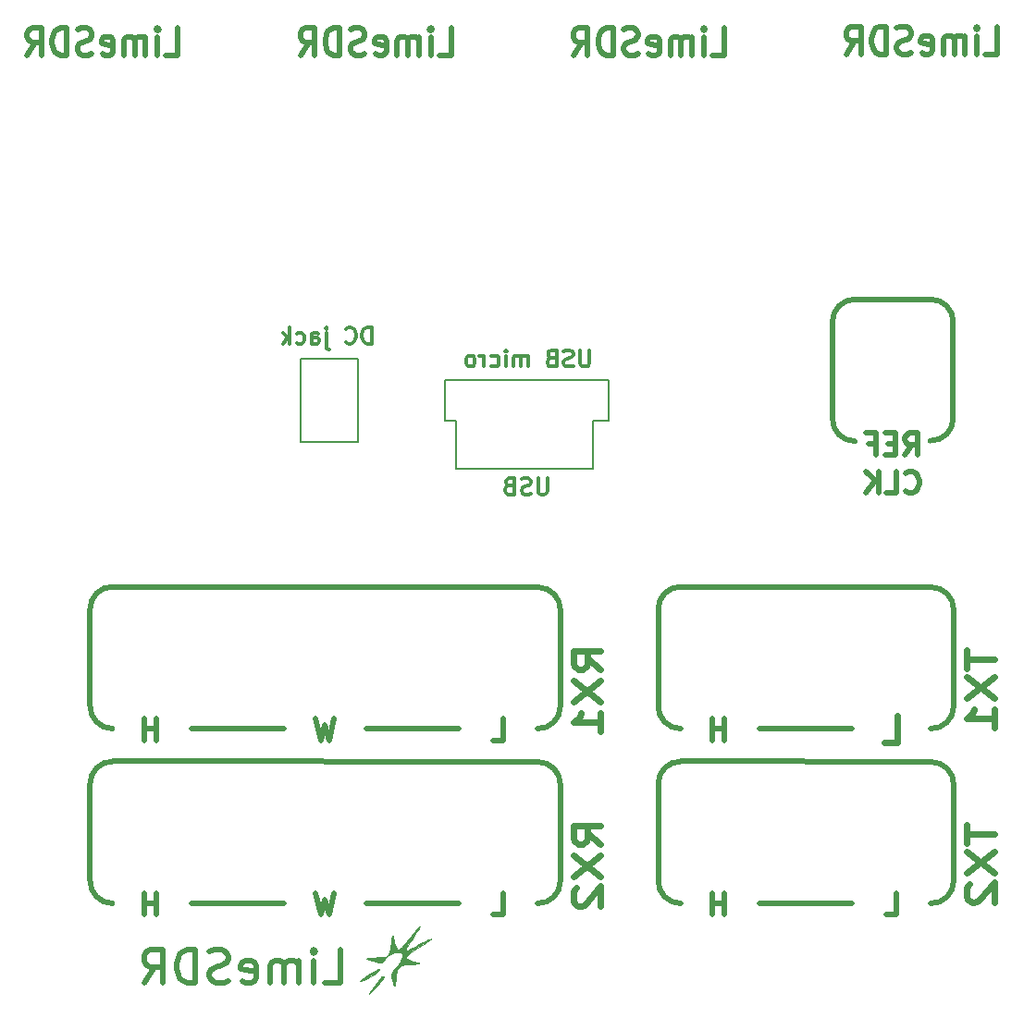
<source format=gbo>
%MOIN*%
%OFA0B0*%
%FSLAX46Y46*%
%IPPOS*%
%LPD*%
%ADD10C,0.005905511811023622*%
%ADD11C,0.01968503937007874*%
%ADD22C,0.005905511811023622*%
%ADD23C,0.01968503937007874*%
%ADD34C,0.005905511811023622*%
%ADD35C,0.023622047244094488*%
%ADD36C,0.01968503937007874*%
%ADD37C,0.00039370078740157485*%
%ADD48C,0.005905511811023622*%
%ADD49C,0.011811023622047244*%
%ADD50C,0.01968503937007874*%
%ADD61C,0.005905511811023622*%
%ADD62C,0.01968503937007874*%
%ADD73C,0.005905511811023622*%
%ADD74C,0.01968503937007874*%
%LPD*%
G01G01G01G01*
D10*
D11*
X0002612204Y0003443663D02*
X0002655324Y0003443663D01*
X0002655324Y0003542088D01*
X0002582020Y0003443663D02*
X0002582020Y0003509279D01*
X0002582020Y0003542088D02*
X0002586332Y0003537401D01*
X0002582020Y0003532714D01*
X0002577709Y0003537401D01*
X0002582020Y0003542088D01*
X0002582020Y0003532714D01*
X0002538901Y0003443663D02*
X0002538901Y0003509279D01*
X0002538901Y0003499906D02*
X0002534589Y0003504592D01*
X0002525965Y0003509279D01*
X0002513029Y0003509279D01*
X0002504405Y0003504592D01*
X0002500093Y0003495219D01*
X0002500093Y0003443663D01*
X0002500093Y0003495219D02*
X0002495781Y0003504592D01*
X0002487157Y0003509279D01*
X0002474221Y0003509279D01*
X0002465597Y0003504592D01*
X0002461286Y0003495219D01*
X0002461286Y0003443663D01*
X0002383670Y0003448350D02*
X0002392294Y0003443663D01*
X0002409542Y0003443663D01*
X0002418166Y0003448350D01*
X0002422478Y0003457723D01*
X0002422478Y0003495219D01*
X0002418166Y0003504592D01*
X0002409542Y0003509279D01*
X0002392294Y0003509279D01*
X0002383670Y0003504592D01*
X0002379358Y0003495219D01*
X0002379358Y0003485845D01*
X0002422478Y0003476471D01*
X0002344863Y0003448350D02*
X0002331927Y0003443663D01*
X0002310367Y0003443663D01*
X0002301743Y0003448350D01*
X0002297431Y0003453036D01*
X0002293119Y0003462410D01*
X0002293119Y0003471784D01*
X0002297431Y0003481158D01*
X0002301743Y0003485845D01*
X0002310367Y0003490531D01*
X0002327615Y0003495219D01*
X0002336239Y0003499906D01*
X0002340551Y0003504592D01*
X0002344863Y0003513966D01*
X0002344863Y0003523340D01*
X0002340551Y0003532714D01*
X0002336239Y0003537401D01*
X0002327615Y0003542088D01*
X0002306055Y0003542088D01*
X0002293119Y0003537401D01*
X0002254311Y0003443663D02*
X0002254311Y0003542088D01*
X0002232752Y0003542088D01*
X0002219816Y0003537401D01*
X0002211192Y0003528027D01*
X0002206880Y0003518653D01*
X0002202568Y0003499906D01*
X0002202568Y0003485845D01*
X0002206880Y0003467097D01*
X0002211192Y0003457723D01*
X0002219816Y0003448350D01*
X0002232752Y0003443663D01*
X0002254311Y0003443663D01*
X0002112017Y0003443663D02*
X0002142200Y0003490531D01*
X0002163760Y0003443663D02*
X0002163760Y0003542088D01*
X0002129265Y0003542088D01*
X0002120641Y0003537401D01*
X0002116329Y0003532714D01*
X0002112017Y0003523340D01*
X0002112017Y0003509279D01*
X0002116329Y0003499906D01*
X0002120641Y0003495219D01*
X0002129265Y0003490531D01*
X0002163760Y0003490531D01*
G01G01G01G01*
D22*
D23*
X0003596456Y0003447600D02*
X0003639576Y0003447600D01*
X0003639576Y0003546025D01*
X0003566272Y0003447600D02*
X0003566272Y0003513216D01*
X0003566272Y0003546025D02*
X0003570584Y0003541338D01*
X0003566272Y0003536651D01*
X0003561960Y0003541338D01*
X0003566272Y0003546025D01*
X0003566272Y0003536651D01*
X0003523153Y0003447600D02*
X0003523153Y0003513216D01*
X0003523153Y0003503843D02*
X0003518841Y0003508530D01*
X0003510217Y0003513216D01*
X0003497281Y0003513216D01*
X0003488657Y0003508530D01*
X0003484345Y0003499155D01*
X0003484345Y0003447600D01*
X0003484345Y0003499155D02*
X0003480033Y0003508530D01*
X0003471409Y0003513216D01*
X0003458473Y0003513216D01*
X0003449850Y0003508530D01*
X0003445538Y0003499155D01*
X0003445538Y0003447600D01*
X0003367922Y0003452287D02*
X0003376546Y0003447600D01*
X0003393794Y0003447600D01*
X0003402418Y0003452287D01*
X0003406730Y0003461661D01*
X0003406730Y0003499155D01*
X0003402418Y0003508530D01*
X0003393794Y0003513216D01*
X0003376546Y0003513216D01*
X0003367922Y0003508530D01*
X0003363610Y0003499155D01*
X0003363610Y0003489782D01*
X0003406730Y0003480408D01*
X0003329115Y0003452287D02*
X0003316179Y0003447600D01*
X0003294619Y0003447600D01*
X0003285995Y0003452287D01*
X0003281683Y0003456974D01*
X0003277371Y0003466348D01*
X0003277371Y0003475721D01*
X0003281683Y0003485095D01*
X0003285995Y0003489782D01*
X0003294619Y0003494469D01*
X0003311867Y0003499155D01*
X0003320491Y0003503843D01*
X0003324803Y0003508530D01*
X0003329115Y0003517904D01*
X0003329115Y0003527277D01*
X0003324803Y0003536651D01*
X0003320491Y0003541338D01*
X0003311867Y0003546025D01*
X0003290307Y0003546025D01*
X0003277371Y0003541338D01*
X0003238562Y0003447600D02*
X0003238562Y0003546025D01*
X0003217004Y0003546025D01*
X0003204068Y0003541338D01*
X0003195444Y0003531964D01*
X0003191132Y0003522591D01*
X0003186820Y0003503843D01*
X0003186820Y0003489782D01*
X0003191132Y0003471035D01*
X0003195444Y0003461661D01*
X0003204068Y0003452287D01*
X0003217004Y0003447600D01*
X0003238562Y0003447600D01*
X0003096269Y0003447600D02*
X0003126452Y0003494469D01*
X0003148011Y0003447600D02*
X0003148011Y0003546025D01*
X0003113517Y0003546025D01*
X0003104893Y0003541338D01*
X0003100581Y0003536651D01*
X0003096269Y0003527277D01*
X0003096269Y0003513216D01*
X0003100581Y0003503843D01*
X0003104893Y0003499155D01*
X0003113517Y0003494469D01*
X0003148011Y0003494469D01*
G04 next file*
G01G01G01G01G01G01G01G01*
D34*
D35*
X0003529015Y0001299976D02*
X0003529015Y0001232484D01*
X0003627440Y0001266230D02*
X0003529015Y0001266230D01*
X0003529015Y0001204363D02*
X0003627440Y0001125623D01*
X0003529015Y0001125623D02*
X0003627440Y0001204363D01*
X0003627440Y0001018761D02*
X0003627440Y0001086252D01*
X0003627440Y0001052507D02*
X0003529015Y0001052507D01*
X0003543075Y0001063755D01*
X0003552449Y0001075004D01*
X0003557136Y0001086252D01*
X0002210117Y0001229672D02*
X0002163248Y0001269042D01*
X0002210117Y0001297164D02*
X0002111692Y0001297164D01*
X0002111692Y0001252169D01*
X0002116379Y0001240921D01*
X0002121066Y0001235296D01*
X0002130439Y0001229672D01*
X0002144500Y0001229672D01*
X0002153874Y0001235296D01*
X0002158561Y0001240921D01*
X0002163248Y0001252169D01*
X0002163248Y0001297164D01*
X0002111692Y0001190302D02*
X0002210117Y0001111562D01*
X0002111692Y0001111562D02*
X0002210117Y0001190302D01*
X0002210117Y0001004699D02*
X0002210117Y0001072192D01*
X0002210117Y0001038446D02*
X0002111692Y0001038446D01*
X0002125753Y0001049695D01*
X0002135126Y0001060943D01*
X0002139813Y0001072192D01*
X0003529015Y0000670054D02*
X0003529015Y0000602563D01*
X0003627440Y0000636309D02*
X0003529015Y0000636309D01*
X0003529015Y0000574441D02*
X0003627440Y0000495701D01*
X0003529015Y0000495701D02*
X0003627440Y0000574441D01*
X0003538389Y0000456331D02*
X0003533702Y0000450707D01*
X0003529015Y0000439458D01*
X0003529015Y0000411337D01*
X0003533702Y0000400088D01*
X0003538389Y0000394464D01*
X0003547762Y0000388840D01*
X0003557136Y0000388840D01*
X0003571197Y0000394464D01*
X0003627440Y0000461955D01*
X0003627440Y0000388840D01*
X0002210117Y0000599751D02*
X0002163248Y0000639121D01*
X0002210117Y0000667242D02*
X0002111692Y0000667242D01*
X0002111692Y0000622248D01*
X0002116379Y0000610999D01*
X0002121066Y0000605375D01*
X0002130439Y0000599751D01*
X0002144500Y0000599751D01*
X0002153874Y0000605375D01*
X0002158561Y0000610999D01*
X0002163248Y0000622248D01*
X0002163248Y0000667242D01*
X0002111692Y0000560381D02*
X0002210117Y0000481641D01*
X0002111692Y0000481641D02*
X0002210117Y0000560381D01*
X0002121066Y0000442270D02*
X0002116379Y0000436646D01*
X0002111692Y0000425397D01*
X0002111692Y0000397276D01*
X0002116379Y0000386027D01*
X0002121066Y0000380403D01*
X0002130439Y0000374779D01*
X0002139813Y0000374779D01*
X0002153874Y0000380403D01*
X0002210117Y0000447895D01*
X0002210117Y0000374779D01*
D36*
X0002065198Y0000468705D02*
X0002065198Y0000813193D01*
X0002065198Y0001098626D02*
X0002065198Y0001443114D01*
X0002065222Y0001096681D02*
G75*
G02G02G02G02X0001982519Y0001015973I-0000080732D01X0001982519Y0001015973I-0000080732D01X0001982519Y0001015973I-0000080732D01G02G02X0001982519Y0001015973I-0000080732D01G02G02X0001982519Y0001015973I-0000080732D01X0001982519Y0001015973I-0000080732D01X0001982519Y0001015973I-0000080732D01X0001982519Y0001015973I-0000080732D01*
G01G01G01G01G01G01G01G01*
X0001984489Y0001525815D02*
G75*
G02G02G02G02X0002065198Y0001443114J-0000080732D01X0002065198Y0001443114J-0000080732D01X0002065198Y0001443114J-0000080732D01G02G02X0002065198Y0001443114J-0000080732D01G02G02X0002065198Y0001443114J-0000080732D01X0002065198Y0001443114J-0000080732D01X0002065198Y0001443114J-0000080732D01X0002065198Y0001443114J-0000080732D01*
G01G01G01G01G01G01G01G01*
X0002065222Y0000466760D02*
G75*
G02G02G02G02X0001982519Y0000386051I-0000080732D01X0001982519Y0000386051I-0000080732D01X0001982519Y0000386051I-0000080732D01G02G02X0001982519Y0000386051I-0000080732D01G02G02X0001982519Y0000386051I-0000080732D01X0001982519Y0000386051I-0000080732D01X0001982519Y0000386051I-0000080732D01X0001982519Y0000386051I-0000080732D01*
G01G01G01G01G01G01G01G01*
X0001984489Y0000895894D02*
G75*
G02G02G02G02X0002065198Y0000813193J-0000080732D01X0002065198Y0000813193J-0000080732D01X0002065198Y0000813193J-0000080732D01G02G02X0002065198Y0000813193J-0000080732D01G02G02X0002065198Y0000813193J-0000080732D01X0002065198Y0000813193J-0000080732D01X0002065198Y0000813193J-0000080732D01X0002065198Y0000813193J-0000080732D01*
G01G01G01G01G01G01G01G01*
X0002498269Y0000386027D02*
G75*
G02G02G02G02X0002417560Y0000468729J0000080732D01X0002417560Y0000468729J0000080732D01X0002417560Y0000468729J0000080732D01G02G02X0002417560Y0000468729J0000080732D01G02G02X0002417560Y0000468729J0000080732D01X0002417560Y0000468729J0000080732D01X0002417560Y0000468729J0000080732D01X0002417560Y0000468729J0000080732D01*
G01G01G01G01G01G01G01G01*
X0002417560Y0000468705D02*
X0002417560Y0000817130D01*
X0002417536Y0000817130D02*
G75*
G02G02G02G02X0002500237Y0000897838I0000080732D01X0002500237Y0000897838I0000080732D01X0002500237Y0000897838I0000080732D01G02G02X0002500237Y0000897838I0000080732D01G02G02X0002500237Y0000897838I0000080732D01X0002500237Y0000897838I0000080732D01X0002500237Y0000897838I0000080732D01X0002500237Y0000897838I0000080732D01*
G01G01G01G01G01G01G01G01*
X0003401812Y0000895870D02*
X0002500237Y0000897838D01*
X0003401812Y0000895894D02*
G75*
G02G02G02G02X0003482521Y0000813193J-0000080732D01X0003482521Y0000813193J-0000080732D01X0003482521Y0000813193J-0000080732D01G02G02X0003482521Y0000813193J-0000080732D01G02G02X0003482521Y0000813193J-0000080732D01X0003482521Y0000813193J-0000080732D01X0003482521Y0000813193J-0000080732D01X0003482521Y0000813193J-0000080732D01*
G01G01G01G01G01G01G01G01*
X0003482521Y0000468705D02*
X0003482521Y0000813193D01*
X0003482545Y0000466760D02*
G75*
G02G02G02G02X0003399843Y0000386051I-0000080732D01X0003399843Y0000386051I-0000080732D01X0003399843Y0000386051I-0000080732D01G02G02X0003399843Y0000386051I-0000080732D01G02G02X0003399843Y0000386051I-0000080732D01X0003399843Y0000386051I-0000080732D01X0003399843Y0000386051I-0000080732D01X0003399843Y0000386051I-0000080732D01*
G01G01G01G01G01G01G01G01*
X0003116379Y0000386027D02*
X0002783702Y0000386027D01*
X0002417536Y0001447051D02*
G75*
G02G02G02G02X0002500237Y0001527760I0000080732D01X0002500237Y0001527760I0000080732D01X0002500237Y0001527760I0000080732D01G02G02X0002500237Y0001527760I0000080732D01G02G02X0002500237Y0001527760I0000080732D01X0002500237Y0001527760I0000080732D01X0002500237Y0001527760I0000080732D01X0002500237Y0001527760I0000080732D01*
G01G01G01G01G01G01G01G01*
X0002417560Y0001098626D02*
X0002417560Y0001447051D01*
X0002498269Y0001015949D02*
G75*
G02G02G02G02X0002417560Y0001098650J0000080732D01X0002417560Y0001098650J0000080732D01X0002417560Y0001098650J0000080732D01G02G02X0002417560Y0001098650J0000080732D01G02G02X0002417560Y0001098650J0000080732D01X0002417560Y0001098650J0000080732D01X0002417560Y0001098650J0000080732D01X0002417560Y0001098650J0000080732D01*
G01G01G01G01G01G01G01G01*
X0003116379Y0001015949D02*
X0002783702Y0001015949D01*
X0003401812Y0001525791D02*
X0002500237Y0001527760D01*
X0003401812Y0001525815D02*
G75*
G02G02G02G02X0003482521Y0001443114J-0000080732D01X0003482521Y0001443114J-0000080732D01X0003482521Y0001443114J-0000080732D01G02G02X0003482521Y0001443114J-0000080732D01G02G02X0003482521Y0001443114J-0000080732D01X0003482521Y0001443114J-0000080732D01X0003482521Y0001443114J-0000080732D01X0003482521Y0001443114J-0000080732D01*
G01G01G01G01G01G01G01G01*
X0003482521Y0001098626D02*
X0003482521Y0001443114D01*
X0003482545Y0001096681D02*
G75*
G02G02G02G02X0003399843Y0001015973I-0000080732D01X0003399843Y0001015973I-0000080732D01X0003399843Y0001015973I-0000080732D01G02G02X0003399843Y0001015973I-0000080732D01G02G02X0003399843Y0001015973I-0000080732D01X0003399843Y0001015973I-0000080732D01X0003399843Y0001015973I-0000080732D01X0003399843Y0001015973I-0000080732D01*
G01G01G01G01G01G01G01G01*
X0001699056Y0000386027D02*
X0001366379Y0000386027D01*
X0001069135Y0000386027D02*
X0000736458Y0000386027D01*
X0000370316Y0000468705D02*
X0000370316Y0000817130D01*
X0000451023Y0000386027D02*
G75*
G02G02G02G02X0000370316Y0000468729J0000080732D01X0000370316Y0000468729J0000080732D01X0000370316Y0000468729J0000080732D01G02G02X0000370316Y0000468729J0000080732D01G02G02X0000370316Y0000468729J0000080732D01X0000370316Y0000468729J0000080732D01X0000370316Y0000468729J0000080732D01X0000370316Y0000468729J0000080732D01*
G01G01G01G01G01G01G01G01*
X0000370292Y0000817130D02*
G75*
G02G02G02G02X0000452993Y0000897838I0000080732D01X0000452993Y0000897838I0000080732D01X0000452993Y0000897838I0000080732D01G02G02X0000452993Y0000897838I0000080732D01G02G02X0000452993Y0000897838I0000080732D01X0000452993Y0000897838I0000080732D01X0000452993Y0000897838I0000080732D01X0000452993Y0000897838I0000080732D01*
G01G01G01G01G01G01G01G01*
X0001984489Y0000895870D02*
X0000452993Y0000897838D01*
X0000451023Y0001015949D02*
G75*
G02G02G02G02X0000370316Y0001098650J0000080732D01X0000370316Y0001098650J0000080732D01X0000370316Y0001098650J0000080732D01G02G02X0000370316Y0001098650J0000080732D01G02G02X0000370316Y0001098650J0000080732D01X0000370316Y0001098650J0000080732D01X0000370316Y0001098650J0000080732D01X0000370316Y0001098650J0000080732D01*
G01G01G01G01G01G01G01G01*
X0000370292Y0001447051D02*
G75*
G02G02G02G02X0000452993Y0001527760I0000080732D01X0000452993Y0001527760I0000080732D01X0000452993Y0001527760I0000080732D01G02G02X0000452993Y0001527760I0000080732D01G02G02X0000452993Y0001527760I0000080732D01X0000452993Y0001527760I0000080732D01X0000452993Y0001527760I0000080732D01X0000452993Y0001527760I0000080732D01*
G01G01G01G01G01G01G01G01*
X0000370316Y0001098626D02*
X0000370316Y0001447051D01*
X0001069135Y0001015949D02*
X0000736458Y0001015949D01*
X0001699056Y0001015949D02*
X0001366379Y0001015949D01*
X0001984489Y0001525791D02*
X0000452993Y0001527760D01*
X0003239645Y0000344501D02*
X0003277140Y0000344501D01*
X0003277140Y0000423242D01*
X0002656592Y0000344501D02*
X0002656592Y0000423242D01*
X0002656592Y0000385746D02*
X0002611598Y0000385746D01*
X0002611598Y0000344501D02*
X0002611598Y0000423242D01*
D35*
X0003233552Y0000965518D02*
X0003280421Y0000965518D01*
X0003280421Y0001063943D01*
D36*
X0002656592Y0000974423D02*
X0002656592Y0001053163D01*
X0002656592Y0001015667D02*
X0002611598Y0001015667D01*
X0002611598Y0000974423D02*
X0002611598Y0001053163D01*
X0000609348Y0000344501D02*
X0000609348Y0000423242D01*
X0000609348Y0000385746D02*
X0000564354Y0000385746D01*
X0000564354Y0000344501D02*
X0000564354Y0000423242D01*
X0001250518Y0000423242D02*
X0001231771Y0000344501D01*
X0001216772Y0000400744D01*
X0001201774Y0000344501D01*
X0001183027Y0000423242D01*
X0001822322Y0000344501D02*
X0001859817Y0000344501D01*
X0001859817Y0000423242D01*
X0000609348Y0000974423D02*
X0000609348Y0001053163D01*
X0000609348Y0001015667D02*
X0000564354Y0001015667D01*
X0000564354Y0000974423D02*
X0000564354Y0001053163D01*
X0001250518Y0001053163D02*
X0001231771Y0000974423D01*
X0001216772Y0001030666D01*
X0001201774Y0000974423D01*
X0001183027Y0001053163D01*
X0001822322Y0000974423D02*
X0001859817Y0000974423D01*
X0001859817Y0001053163D01*
X0001216772Y0000100313D02*
X0001273015Y0000100313D01*
X0001273015Y0000218423D01*
X0001177402Y0000100313D02*
X0001177402Y0000179053D01*
X0001177402Y0000218423D02*
X0001183027Y0000212799D01*
X0001177402Y0000207175D01*
X0001171778Y0000212799D01*
X0001177402Y0000218423D01*
X0001177402Y0000207175D01*
X0001121159Y0000100313D02*
X0001121159Y0000179053D01*
X0001121159Y0000167805D02*
X0001115535Y0000173428D01*
X0001104287Y0000179053D01*
X0001087414Y0000179053D01*
X0001076165Y0000173428D01*
X0001070541Y0000162180D01*
X0001070541Y0000100313D01*
X0001070541Y0000162180D02*
X0001064916Y0000173428D01*
X0001053668Y0000179053D01*
X0001036794Y0000179053D01*
X0001025546Y0000173428D01*
X0001019922Y0000162180D01*
X0001019922Y0000100313D01*
X0000918685Y0000105936D02*
X0000929933Y0000100313D01*
X0000952430Y0000100313D01*
X0000963679Y0000105936D01*
X0000969303Y0000117186D01*
X0000969303Y0000162180D01*
X0000963679Y0000173428D01*
X0000952430Y0000179053D01*
X0000929933Y0000179053D01*
X0000918685Y0000173428D01*
X0000913060Y0000162180D01*
X0000913060Y0000150932D01*
X0000969303Y0000139683D01*
X0000868066Y0000105936D02*
X0000851193Y0000100313D01*
X0000823071Y0000100313D01*
X0000811823Y0000105936D01*
X0000806199Y0000111562D01*
X0000800575Y0000122810D01*
X0000800575Y0000134059D01*
X0000806199Y0000145308D01*
X0000811823Y0000150932D01*
X0000823071Y0000156556D01*
X0000845569Y0000162180D01*
X0000856817Y0000167805D01*
X0000862442Y0000173428D01*
X0000868066Y0000184678D01*
X0000868066Y0000195926D01*
X0000862442Y0000207175D01*
X0000856817Y0000212799D01*
X0000845569Y0000218423D01*
X0000817447Y0000218423D01*
X0000800575Y0000212799D01*
X0000749956Y0000100313D02*
X0000749956Y0000218423D01*
X0000721834Y0000218423D01*
X0000704961Y0000212799D01*
X0000693713Y0000201550D01*
X0000688089Y0000190301D01*
X0000682464Y0000167805D01*
X0000682464Y0000150932D01*
X0000688089Y0000128435D01*
X0000693713Y0000117186D01*
X0000704961Y0000105936D01*
X0000721834Y0000100313D01*
X0000749956Y0000100313D01*
X0000564354Y0000100313D02*
X0000603724Y0000156556D01*
X0000631846Y0000100313D02*
X0000631846Y0000218423D01*
X0000586851Y0000218423D01*
X0000575603Y0000212799D01*
X0000569978Y0000207175D01*
X0000564354Y0000195926D01*
X0000564354Y0000179053D01*
X0000569978Y0000167805D01*
X0000575603Y0000162180D01*
X0000586851Y0000156556D01*
X0000631846Y0000156556D01*
D37*
G36*
X0001423625Y0000123894D02*
X0001422184Y0000123442D01*
X0001420586Y0000122369D01*
X0001418601Y0000120413D01*
X0001416001Y0000117308D01*
X0001412560Y0000112797D01*
X0001408049Y0000106614D01*
X0001402245Y0000098497D01*
X0001398529Y0000093272D01*
X0001392698Y0000085027D01*
X0001387450Y0000077539D01*
X0001383001Y0000071122D01*
X0001379574Y0000066095D01*
X0001377383Y0000062771D01*
X0001376643Y0000061486D01*
X0001377283Y0000060397D01*
X0001379483Y0000061593D01*
X0001383277Y0000065095D01*
X0001386017Y0000067973D01*
X0001392876Y0000075418D01*
X0001398358Y0000081469D01*
X0001403052Y0000086807D01*
X0001407545Y0000092111D01*
X0001412427Y0000098061D01*
X0001417748Y0000104668D01*
X0001422350Y0000110545D01*
X0001426181Y0000115692D01*
X0001428936Y0000119682D01*
X0001430312Y0000122084D01*
X0001430402Y0000122525D01*
X0001428793Y0000123516D01*
X0001425521Y0000123981D01*
X0001425132Y0000123986D01*
X0001423625Y0000123894D01*
X0001423625Y0000123894D01*
G37*
X0001423625Y0000123894D02*
X0001422184Y0000123442D01*
X0001420586Y0000122369D01*
X0001418601Y0000120413D01*
X0001416001Y0000117308D01*
X0001412560Y0000112797D01*
X0001408049Y0000106614D01*
X0001402245Y0000098497D01*
X0001398529Y0000093272D01*
X0001392698Y0000085027D01*
X0001387450Y0000077539D01*
X0001383001Y0000071122D01*
X0001379574Y0000066095D01*
X0001377383Y0000062771D01*
X0001376643Y0000061486D01*
X0001377283Y0000060397D01*
X0001379483Y0000061593D01*
X0001383277Y0000065095D01*
X0001386017Y0000067973D01*
X0001392876Y0000075418D01*
X0001398358Y0000081469D01*
X0001403052Y0000086807D01*
X0001407545Y0000092111D01*
X0001412427Y0000098061D01*
X0001417748Y0000104668D01*
X0001422350Y0000110545D01*
X0001426181Y0000115692D01*
X0001428936Y0000119682D01*
X0001430312Y0000122084D01*
X0001430402Y0000122525D01*
X0001428793Y0000123516D01*
X0001425521Y0000123981D01*
X0001425132Y0000123986D01*
X0001423625Y0000123894D01*
G36*
X0001555939Y0000302551D02*
X0001553096Y0000299922D01*
X0001548822Y0000295182D01*
X0001546452Y0000292400D01*
X0001542394Y0000287595D01*
X0001538930Y0000283515D01*
X0001536537Y0000280724D01*
X0001535814Y0000279900D01*
X0001534470Y0000278320D01*
X0001531627Y0000274909D01*
X0001527599Y0000270045D01*
X0001522698Y0000264107D01*
X0001517307Y0000257556D01*
X0001511178Y0000250192D01*
X0001504939Y0000242853D01*
X0001499095Y0000236126D01*
X0001494153Y0000230594D01*
X0001491319Y0000227556D01*
X0001487048Y0000223184D01*
X0001484210Y0000220570D01*
X0001482253Y0000219411D01*
X0001480633Y0000219404D01*
X0001478800Y0000220246D01*
X0001478469Y0000220429D01*
X0001474634Y0000223480D01*
X0001471588Y0000228144D01*
X0001469115Y0000234856D01*
X0001467281Y0000242577D01*
X0001465426Y0000251780D01*
X0001464015Y0000258552D01*
X0001462938Y0000263266D01*
X0001462085Y0000266294D01*
X0001461346Y0000268007D01*
X0001460612Y0000268779D01*
X0001459774Y0000268981D01*
X0001459497Y0000268986D01*
X0001458384Y0000268510D01*
X0001457498Y0000266781D01*
X0001456718Y0000263351D01*
X0001455928Y0000257770D01*
X0001455439Y0000253562D01*
X0001454718Y0000246560D01*
X0001454144Y0000240006D01*
X0001453790Y0000234794D01*
X0001453713Y0000232491D01*
X0001453013Y0000226246D01*
X0001451158Y0000218698D01*
X0001448492Y0000210986D01*
X0001445358Y0000204240D01*
X0001445048Y0000203690D01*
X0001443106Y0000199597D01*
X0001442706Y0000197036D01*
X0001443783Y0000196340D01*
X0001446215Y0000197793D01*
X0001447730Y0000198899D01*
X0001450093Y0000200281D01*
X0001453712Y0000202145D01*
X0001458994Y0000204698D01*
X0001466347Y0000208147D01*
X0001469158Y0000209454D01*
X0001472451Y0000210336D01*
X0001477267Y0000210924D01*
X0001480352Y0000211055D01*
X0001485202Y0000210906D01*
X0001488280Y0000210103D01*
X0001490657Y0000208278D01*
X0001491639Y0000207194D01*
X0001494277Y0000203048D01*
X0001495908Y0000198547D01*
X0001495920Y0000198492D01*
X0001495660Y0000193063D01*
X0001493199Y0000185908D01*
X0001488565Y0000177081D01*
X0001481792Y0000166636D01*
X0001472912Y0000154628D01*
X0001462015Y0000141179D01*
X0001457630Y0000135595D01*
X0001455078Y0000131498D01*
X0001454492Y0000129104D01*
X0001454517Y0000129036D01*
X0001455262Y0000126395D01*
X0001456184Y0000122153D01*
X0001456644Y0000119700D01*
X0001457363Y0000115946D01*
X0001458250Y0000112067D01*
X0001459480Y0000107395D01*
X0001461229Y0000101256D01*
X0001463347Y0000094078D01*
X0001464983Y0000090565D01*
X0001466917Y0000089229D01*
X0001468701Y0000090377D01*
X0001468714Y0000090398D01*
X0001469150Y0000092325D01*
X0001469687Y0000096545D01*
X0001470264Y0000102499D01*
X0001470824Y0000109626D01*
X0001471003Y0000112259D01*
X0001471976Y0000124008D01*
X0001473266Y0000133352D01*
X0001474994Y0000140736D01*
X0001477276Y0000146607D01*
X0001480233Y0000151409D01*
X0001482043Y0000153594D01*
X0001485264Y0000156960D01*
X0001488413Y0000159627D01*
X0001491887Y0000161698D01*
X0001496079Y0000163276D01*
X0001501386Y0000164466D01*
X0001508201Y0000165369D01*
X0001516918Y0000166089D01*
X0001527933Y0000166732D01*
X0001533273Y0000166999D01*
X0001540688Y0000167426D01*
X0001547135Y0000167920D01*
X0001552050Y0000168429D01*
X0001554865Y0000168900D01*
X0001555241Y0000169041D01*
X0001556322Y0000170692D01*
X0001555168Y0000172286D01*
X0001552345Y0000173214D01*
X0001551306Y0000173272D01*
X0001546130Y0000173798D01*
X0001539533Y0000175211D01*
X0001532262Y0000177265D01*
X0001525064Y0000179713D01*
X0001518687Y0000182309D01*
X0001513880Y0000184803D01*
X0001511927Y0000186277D01*
X0001509406Y0000189043D01*
X0001508711Y0000191066D01*
X0001509551Y0000193522D01*
X0001509951Y0000194310D01*
X0001512998Y0000198428D01*
X0001518455Y0000203620D01*
X0001526376Y0000209929D01*
X0001536815Y0000217402D01*
X0001539441Y0000219197D01*
X0001546244Y0000223740D01*
X0001554163Y0000228910D01*
X0001562596Y0000234325D01*
X0001570939Y0000239602D01*
X0001578590Y0000244360D01*
X0001584946Y0000248217D01*
X0001588664Y0000250381D01*
X0001594045Y0000253490D01*
X0001597332Y0000255658D01*
X0001598978Y0000257228D01*
X0001599438Y0000258552D01*
X0001599438Y0000258587D01*
X0001598279Y0000258523D01*
X0001594786Y0000257176D01*
X0001588932Y0000254529D01*
X0001580694Y0000250575D01*
X0001570047Y0000245298D01*
X0001556965Y0000238686D01*
X0001541424Y0000230728D01*
X0001524697Y0000222085D01*
X0001518415Y0000218964D01*
X0001514112Y0000217195D01*
X0001511338Y0000216627D01*
X0001509782Y0000217014D01*
X0001507592Y0000218917D01*
X0001507003Y0000219863D01*
X0001507187Y0000220833D01*
X0001508130Y0000222859D01*
X0001509925Y0000226094D01*
X0001512672Y0000230688D01*
X0001516463Y0000236793D01*
X0001521392Y0000244562D01*
X0001527557Y0000254147D01*
X0001535049Y0000265698D01*
X0001543968Y0000279367D01*
X0001551093Y0000290255D01*
X0001554191Y0000295113D01*
X0001556572Y0000299096D01*
X0001557872Y0000301587D01*
X0001558010Y0000302041D01*
X0001557520Y0000303210D01*
X0001555939Y0000302551D01*
X0001555939Y0000302551D01*
G37*
X0001555939Y0000302551D02*
X0001553096Y0000299922D01*
X0001548822Y0000295182D01*
X0001546452Y0000292400D01*
X0001542394Y0000287595D01*
X0001538930Y0000283515D01*
X0001536537Y0000280724D01*
X0001535814Y0000279900D01*
X0001534470Y0000278320D01*
X0001531627Y0000274909D01*
X0001527599Y0000270045D01*
X0001522698Y0000264107D01*
X0001517307Y0000257556D01*
X0001511178Y0000250192D01*
X0001504939Y0000242853D01*
X0001499095Y0000236126D01*
X0001494153Y0000230594D01*
X0001491319Y0000227556D01*
X0001487048Y0000223184D01*
X0001484210Y0000220570D01*
X0001482253Y0000219411D01*
X0001480633Y0000219404D01*
X0001478800Y0000220246D01*
X0001478469Y0000220429D01*
X0001474634Y0000223480D01*
X0001471588Y0000228144D01*
X0001469115Y0000234856D01*
X0001467281Y0000242577D01*
X0001465426Y0000251780D01*
X0001464015Y0000258552D01*
X0001462938Y0000263266D01*
X0001462085Y0000266294D01*
X0001461346Y0000268007D01*
X0001460612Y0000268779D01*
X0001459774Y0000268981D01*
X0001459497Y0000268986D01*
X0001458384Y0000268510D01*
X0001457498Y0000266781D01*
X0001456718Y0000263351D01*
X0001455928Y0000257770D01*
X0001455439Y0000253562D01*
X0001454718Y0000246560D01*
X0001454144Y0000240006D01*
X0001453790Y0000234794D01*
X0001453713Y0000232491D01*
X0001453013Y0000226246D01*
X0001451158Y0000218698D01*
X0001448492Y0000210986D01*
X0001445358Y0000204240D01*
X0001445048Y0000203690D01*
X0001443106Y0000199597D01*
X0001442706Y0000197036D01*
X0001443783Y0000196340D01*
X0001446215Y0000197793D01*
X0001447730Y0000198899D01*
X0001450093Y0000200281D01*
X0001453712Y0000202145D01*
X0001458994Y0000204698D01*
X0001466347Y0000208147D01*
X0001469158Y0000209454D01*
X0001472451Y0000210336D01*
X0001477267Y0000210924D01*
X0001480352Y0000211055D01*
X0001485202Y0000210906D01*
X0001488280Y0000210103D01*
X0001490657Y0000208278D01*
X0001491639Y0000207194D01*
X0001494277Y0000203048D01*
X0001495908Y0000198547D01*
X0001495920Y0000198492D01*
X0001495660Y0000193063D01*
X0001493199Y0000185908D01*
X0001488565Y0000177081D01*
X0001481792Y0000166636D01*
X0001472912Y0000154628D01*
X0001462015Y0000141179D01*
X0001457630Y0000135595D01*
X0001455078Y0000131498D01*
X0001454492Y0000129104D01*
X0001454517Y0000129036D01*
X0001455262Y0000126395D01*
X0001456184Y0000122153D01*
X0001456644Y0000119700D01*
X0001457363Y0000115946D01*
X0001458250Y0000112067D01*
X0001459480Y0000107395D01*
X0001461229Y0000101256D01*
X0001463347Y0000094078D01*
X0001464983Y0000090565D01*
X0001466917Y0000089229D01*
X0001468701Y0000090377D01*
X0001468714Y0000090398D01*
X0001469150Y0000092325D01*
X0001469687Y0000096545D01*
X0001470264Y0000102499D01*
X0001470824Y0000109626D01*
X0001471003Y0000112259D01*
X0001471976Y0000124008D01*
X0001473266Y0000133352D01*
X0001474994Y0000140736D01*
X0001477276Y0000146607D01*
X0001480233Y0000151409D01*
X0001482043Y0000153594D01*
X0001485264Y0000156960D01*
X0001488413Y0000159627D01*
X0001491887Y0000161698D01*
X0001496079Y0000163276D01*
X0001501386Y0000164466D01*
X0001508201Y0000165369D01*
X0001516918Y0000166089D01*
X0001527933Y0000166732D01*
X0001533273Y0000166999D01*
X0001540688Y0000167426D01*
X0001547135Y0000167920D01*
X0001552050Y0000168429D01*
X0001554865Y0000168900D01*
X0001555241Y0000169041D01*
X0001556322Y0000170692D01*
X0001555168Y0000172286D01*
X0001552345Y0000173214D01*
X0001551306Y0000173272D01*
X0001546130Y0000173798D01*
X0001539533Y0000175211D01*
X0001532262Y0000177265D01*
X0001525064Y0000179713D01*
X0001518687Y0000182309D01*
X0001513880Y0000184803D01*
X0001511927Y0000186277D01*
X0001509406Y0000189043D01*
X0001508711Y0000191066D01*
X0001509551Y0000193522D01*
X0001509951Y0000194310D01*
X0001512998Y0000198428D01*
X0001518455Y0000203620D01*
X0001526376Y0000209929D01*
X0001536815Y0000217402D01*
X0001539441Y0000219197D01*
X0001546244Y0000223740D01*
X0001554163Y0000228910D01*
X0001562596Y0000234325D01*
X0001570939Y0000239602D01*
X0001578590Y0000244360D01*
X0001584946Y0000248217D01*
X0001588664Y0000250381D01*
X0001594045Y0000253490D01*
X0001597332Y0000255658D01*
X0001598978Y0000257228D01*
X0001599438Y0000258552D01*
X0001599438Y0000258587D01*
X0001598279Y0000258523D01*
X0001594786Y0000257176D01*
X0001588932Y0000254529D01*
X0001580694Y0000250575D01*
X0001570047Y0000245298D01*
X0001556965Y0000238686D01*
X0001541424Y0000230728D01*
X0001524697Y0000222085D01*
X0001518415Y0000218964D01*
X0001514112Y0000217195D01*
X0001511338Y0000216627D01*
X0001509782Y0000217014D01*
X0001507592Y0000218917D01*
X0001507003Y0000219863D01*
X0001507187Y0000220833D01*
X0001508130Y0000222859D01*
X0001509925Y0000226094D01*
X0001512672Y0000230688D01*
X0001516463Y0000236793D01*
X0001521392Y0000244562D01*
X0001527557Y0000254147D01*
X0001535049Y0000265698D01*
X0001543968Y0000279367D01*
X0001551093Y0000290255D01*
X0001554191Y0000295113D01*
X0001556572Y0000299096D01*
X0001557872Y0000301587D01*
X0001558010Y0000302041D01*
X0001557520Y0000303210D01*
X0001555939Y0000302551D01*
G36*
X0001411623Y0000150064D02*
X0001407374Y0000148327D01*
X0001400891Y0000145028D01*
X0001399789Y0000144436D01*
X0001393154Y0000140699D01*
X0001385715Y0000136261D01*
X0001377848Y0000131372D01*
X0001369934Y0000126284D01*
X0001362345Y0000121251D01*
X0001355458Y0000116523D01*
X0001349650Y0000112354D01*
X0001345297Y0000108995D01*
X0001342775Y0000106699D01*
X0001342296Y0000105905D01*
X0001342689Y0000105056D01*
X0001344083Y0000105018D01*
X0001346799Y0000105913D01*
X0001351155Y0000107864D01*
X0001357475Y0000110994D01*
X0001363010Y0000113835D01*
X0001375671Y0000120488D01*
X0001385998Y0000126167D01*
X0001394276Y0000131055D01*
X0001400780Y0000135335D01*
X0001405792Y0000139191D01*
X0001409592Y0000142806D01*
X0001412254Y0000146070D01*
X0001413935Y0000148919D01*
X0001413767Y0000150256D01*
X0001411623Y0000150064D01*
X0001411623Y0000150064D01*
G37*
X0001411623Y0000150064D02*
X0001407374Y0000148327D01*
X0001400891Y0000145028D01*
X0001399789Y0000144436D01*
X0001393154Y0000140699D01*
X0001385715Y0000136261D01*
X0001377848Y0000131372D01*
X0001369934Y0000126284D01*
X0001362345Y0000121251D01*
X0001355458Y0000116523D01*
X0001349650Y0000112354D01*
X0001345297Y0000108995D01*
X0001342775Y0000106699D01*
X0001342296Y0000105905D01*
X0001342689Y0000105056D01*
X0001344083Y0000105018D01*
X0001346799Y0000105913D01*
X0001351155Y0000107864D01*
X0001357475Y0000110994D01*
X0001363010Y0000113835D01*
X0001375671Y0000120488D01*
X0001385998Y0000126167D01*
X0001394276Y0000131055D01*
X0001400780Y0000135335D01*
X0001405792Y0000139191D01*
X0001409592Y0000142806D01*
X0001412254Y0000146070D01*
X0001413935Y0000148919D01*
X0001413767Y0000150256D01*
X0001411623Y0000150064D01*
G36*
X0001435665Y0000194153D02*
X0001432814Y0000193732D01*
X0001427736Y0000193212D01*
X0001421057Y0000192647D01*
X0001413403Y0000192093D01*
X0001410153Y0000191884D01*
X0001397156Y0000191043D01*
X0001386802Y0000190290D01*
X0001378875Y0000189603D01*
X0001373169Y0000188960D01*
X0001369465Y0000188338D01*
X0001367550Y0000187717D01*
X0001367217Y0000187429D01*
X0001367863Y0000186303D01*
X0001370450Y0000185319D01*
X0001374777Y0000184235D01*
X0001380402Y0000182671D01*
X0001386567Y0000180858D01*
X0001392510Y0000179026D01*
X0001397470Y0000177407D01*
X0001400689Y0000176230D01*
X0001401243Y0000175978D01*
X0001403984Y0000175116D01*
X0001408471Y0000174262D01*
X0001412386Y0000173751D01*
X0001421011Y0000172849D01*
X0001428646Y0000180734D01*
X0001432602Y0000185003D01*
X0001435909Y0000188907D01*
X0001437910Y0000191665D01*
X0001438017Y0000191855D01*
X0001439013Y0000194080D01*
X0001438206Y0000194633D01*
X0001435665Y0000194153D01*
X0001435665Y0000194153D01*
G37*
X0001435665Y0000194153D02*
X0001432814Y0000193732D01*
X0001427736Y0000193212D01*
X0001421057Y0000192647D01*
X0001413403Y0000192093D01*
X0001410153Y0000191884D01*
X0001397156Y0000191043D01*
X0001386802Y0000190290D01*
X0001378875Y0000189603D01*
X0001373169Y0000188960D01*
X0001369465Y0000188338D01*
X0001367550Y0000187717D01*
X0001367217Y0000187429D01*
X0001367863Y0000186303D01*
X0001370450Y0000185319D01*
X0001374777Y0000184235D01*
X0001380402Y0000182671D01*
X0001386567Y0000180858D01*
X0001392510Y0000179026D01*
X0001397470Y0000177407D01*
X0001400689Y0000176230D01*
X0001401243Y0000175978D01*
X0001403984Y0000175116D01*
X0001408471Y0000174262D01*
X0001412386Y0000173751D01*
X0001421011Y0000172849D01*
X0001428646Y0000180734D01*
X0001432602Y0000185003D01*
X0001435909Y0000188907D01*
X0001437910Y0000191665D01*
X0001438017Y0000191855D01*
X0001439013Y0000194080D01*
X0001438206Y0000194633D01*
X0001435665Y0000194153D01*
G01G01G01G01G01G01G01G01*
D48*
X0002181570Y0002127545D02*
X0002240625Y0002127545D01*
X0001650074Y0002127545D02*
X0001689444Y0002127545D01*
D49*
X0002017903Y0001919728D02*
X0002017903Y0001871921D01*
X0002015091Y0001866297D01*
X0002012279Y0001863485D01*
X0002006654Y0001860671D01*
X0001995406Y0001860671D01*
X0001989782Y0001863485D01*
X0001986970Y0001866297D01*
X0001984158Y0001871921D01*
X0001984158Y0001919728D01*
X0001958848Y0001863485D02*
X0001950411Y0001860671D01*
X0001936351Y0001860671D01*
X0001930727Y0001863485D01*
X0001927915Y0001866297D01*
X0001925101Y0001871921D01*
X0001925101Y0001877545D01*
X0001927915Y0001883170D01*
X0001930727Y0001885982D01*
X0001936351Y0001888794D01*
X0001947600Y0001891606D01*
X0001953224Y0001894418D01*
X0001956036Y0001897230D01*
X0001958848Y0001902855D01*
X0001958848Y0001908479D01*
X0001956036Y0001914103D01*
X0001953224Y0001916915D01*
X0001947600Y0001919728D01*
X0001933539Y0001919728D01*
X0001925101Y0001916915D01*
X0001880108Y0001891606D02*
X0001871672Y0001888794D01*
X0001868859Y0001885982D01*
X0001866047Y0001880357D01*
X0001866047Y0001871921D01*
X0001868859Y0001866297D01*
X0001871672Y0001863485D01*
X0001877296Y0001860671D01*
X0001899792Y0001860671D01*
X0001899792Y0001919728D01*
X0001880108Y0001919728D01*
X0001874483Y0001916915D01*
X0001871672Y0001914103D01*
X0001868859Y0001908479D01*
X0001868859Y0001902855D01*
X0001871672Y0001897230D01*
X0001874483Y0001894418D01*
X0001880108Y0001891606D01*
X0001899792Y0001891606D01*
D48*
X0001689444Y0001954316D02*
X0001689444Y0002127545D01*
X0002181570Y0001954316D02*
X0002181570Y0002127545D01*
X0001689444Y0001954316D02*
X0002181570Y0001954316D01*
D49*
X0001384326Y0002403980D02*
X0001384326Y0002463035D01*
X0001370264Y0002463035D01*
X0001361829Y0002460222D01*
X0001356204Y0002454598D01*
X0001353393Y0002448974D01*
X0001350580Y0002437725D01*
X0001350580Y0002429289D01*
X0001353393Y0002418040D01*
X0001356204Y0002412416D01*
X0001361829Y0002406792D01*
X0001370264Y0002403980D01*
X0001384326Y0002403980D01*
X0001291525Y0002409604D02*
X0001294337Y0002406792D01*
X0001302774Y0002403980D01*
X0001308397Y0002403980D01*
X0001316835Y0002406792D01*
X0001322459Y0002412416D01*
X0001325271Y0002418040D01*
X0001328083Y0002429289D01*
X0001328083Y0002437725D01*
X0001325271Y0002448974D01*
X0001322459Y0002454598D01*
X0001316835Y0002460222D01*
X0001308397Y0002463035D01*
X0001302774Y0002463035D01*
X0001294337Y0002460222D01*
X0001291525Y0002457410D01*
X0001221222Y0002443350D02*
X0001221222Y0002392731D01*
X0001224034Y0002387107D01*
X0001229658Y0002384294D01*
X0001232470Y0002384294D01*
X0001221222Y0002463035D02*
X0001224034Y0002460222D01*
X0001221222Y0002457410D01*
X0001218410Y0002460222D01*
X0001221222Y0002463035D01*
X0001221222Y0002457410D01*
X0001167791Y0002403980D02*
X0001167791Y0002434913D01*
X0001170603Y0002440537D01*
X0001176227Y0002443350D01*
X0001187476Y0002443350D01*
X0001193100Y0002440537D01*
X0001167791Y0002406792D02*
X0001173415Y0002403980D01*
X0001187476Y0002403980D01*
X0001193100Y0002406792D01*
X0001195912Y0002412416D01*
X0001195912Y0002418040D01*
X0001193100Y0002423665D01*
X0001187476Y0002426477D01*
X0001173415Y0002426477D01*
X0001167791Y0002429289D01*
X0001114360Y0002406792D02*
X0001119984Y0002403980D01*
X0001131233Y0002403980D01*
X0001136857Y0002406792D01*
X0001139669Y0002409604D01*
X0001142481Y0002415228D01*
X0001142481Y0002432101D01*
X0001139669Y0002437725D01*
X0001136857Y0002440537D01*
X0001131233Y0002443350D01*
X0001119984Y0002443350D01*
X0001114360Y0002440537D01*
X0001089051Y0002403980D02*
X0001089051Y0002463035D01*
X0001083426Y0002426477D02*
X0001066553Y0002403980D01*
X0001066553Y0002443350D02*
X0001089051Y0002420852D01*
D48*
X0001130389Y0002048805D02*
X0001335114Y0002048805D01*
X0001130389Y0002348018D02*
X0001130389Y0002048805D01*
X0001335114Y0002348018D02*
X0001130389Y0002348018D01*
X0001335114Y0002048805D02*
X0001335114Y0002348018D01*
D49*
X0002170041Y0002380357D02*
X0002170041Y0002332551D01*
X0002167228Y0002326927D01*
X0002164416Y0002324115D01*
X0002158792Y0002321302D01*
X0002147543Y0002321302D01*
X0002141919Y0002324115D01*
X0002139107Y0002326927D01*
X0002136295Y0002332551D01*
X0002136295Y0002380357D01*
X0002110985Y0002324115D02*
X0002102549Y0002321302D01*
X0002088488Y0002321302D01*
X0002082863Y0002324115D01*
X0002080051Y0002326927D01*
X0002077240Y0002332551D01*
X0002077240Y0002338175D01*
X0002080051Y0002343800D01*
X0002082863Y0002346612D01*
X0002088488Y0002349424D01*
X0002099737Y0002352236D01*
X0002105361Y0002355048D01*
X0002108173Y0002357860D01*
X0002110985Y0002363485D01*
X0002110985Y0002369109D01*
X0002108173Y0002374733D01*
X0002105361Y0002377545D01*
X0002099737Y0002380357D01*
X0002085675Y0002380357D01*
X0002077240Y0002377545D01*
X0002032245Y0002352236D02*
X0002023809Y0002349424D01*
X0002020997Y0002346612D01*
X0002018185Y0002340987D01*
X0002018185Y0002332551D01*
X0002020997Y0002326927D01*
X0002023809Y0002324115D01*
X0002029433Y0002321302D01*
X0002051930Y0002321302D01*
X0002051930Y0002380357D01*
X0002032245Y0002380357D01*
X0002026621Y0002377545D01*
X0002023809Y0002374733D01*
X0002020997Y0002369109D01*
X0002020997Y0002363485D01*
X0002023809Y0002357860D01*
X0002026621Y0002355048D01*
X0002032245Y0002352236D01*
X0002051930Y0002352236D01*
X0001947881Y0002321302D02*
X0001947881Y0002360672D01*
X0001947881Y0002355048D02*
X0001945069Y0002357860D01*
X0001939444Y0002360672D01*
X0001931008Y0002360672D01*
X0001925384Y0002357860D01*
X0001922571Y0002352236D01*
X0001922571Y0002321302D01*
X0001922571Y0002352236D02*
X0001919759Y0002357860D01*
X0001914135Y0002360672D01*
X0001905699Y0002360672D01*
X0001900074Y0002357860D01*
X0001897262Y0002352236D01*
X0001897262Y0002321302D01*
X0001869141Y0002321302D02*
X0001869141Y0002360672D01*
X0001869141Y0002380357D02*
X0001871953Y0002377545D01*
X0001869141Y0002374733D01*
X0001866328Y0002377545D01*
X0001869141Y0002380357D01*
X0001869141Y0002374733D01*
X0001815710Y0002324115D02*
X0001821334Y0002321302D01*
X0001832583Y0002321302D01*
X0001838207Y0002324115D01*
X0001841019Y0002326927D01*
X0001843831Y0002332551D01*
X0001843831Y0002349424D01*
X0001841019Y0002355048D01*
X0001838207Y0002357860D01*
X0001832583Y0002360672D01*
X0001821334Y0002360672D01*
X0001815710Y0002357860D01*
X0001790400Y0002321302D02*
X0001790400Y0002360672D01*
X0001790400Y0002349424D02*
X0001787588Y0002355048D01*
X0001784776Y0002357860D01*
X0001779152Y0002360672D01*
X0001773528Y0002360672D01*
X0001745406Y0002321302D02*
X0001751030Y0002324115D01*
X0001753843Y0002326927D01*
X0001756655Y0002332551D01*
X0001756655Y0002349424D01*
X0001753843Y0002355048D01*
X0001751030Y0002357860D01*
X0001745406Y0002360672D01*
X0001736970Y0002360672D01*
X0001731345Y0002357860D01*
X0001728532Y0002355048D01*
X0001725721Y0002349424D01*
X0001725721Y0002332551D01*
X0001728532Y0002326927D01*
X0001731345Y0002324115D01*
X0001736970Y0002321302D01*
X0001745406Y0002321302D01*
D48*
X0001650074Y0002273215D02*
X0001650074Y0002127545D01*
X0002240625Y0002273215D02*
X0001650074Y0002273215D01*
X0002240625Y0002127545D02*
X0002240625Y0002273215D01*
D50*
X0003399934Y0002563812D02*
G75*
G02G02G02G02X0003480643Y0002481111J-0000080732D01X0003480643Y0002481111J-0000080732D01X0003480643Y0002481111J-0000080732D01G02G02X0003480643Y0002481111J-0000080732D01G02G02X0003480643Y0002481111J-0000080732D01X0003480643Y0002481111J-0000080732D01X0003480643Y0002481111J-0000080732D01X0003480643Y0002481111J-0000080732D01*
G01G01G01G01G01G01G01G01*
X0003399934Y0002563788D02*
X0003128281Y0002563788D01*
X0003045580Y0002483080D02*
G75*
G02G02G02G02X0003128281Y0002563788I0000080732D01X0003128281Y0002563788I0000080732D01X0003128281Y0002563788I0000080732D01G02G02X0003128281Y0002563788I0000080732D01G02G02X0003128281Y0002563788I0000080732D01X0003128281Y0002563788I0000080732D01X0003128281Y0002563788I0000080732D01X0003128281Y0002563788I0000080732D01*
G01G01G01G01G01G01G01G01*
X0003126311Y0002051977D02*
G75*
G02G02G02G02X0003045603Y0002134679J0000080732D01X0003045603Y0002134679J0000080732D01X0003045603Y0002134679J0000080732D01G02G02X0003045603Y0002134679J0000080732D01G02G02X0003045603Y0002134679J0000080732D01X0003045603Y0002134679J0000080732D01X0003045603Y0002134679J0000080732D01X0003045603Y0002134679J0000080732D01*
G01G01G01G01G01G01G01G01*
X0003045603Y0002134655D02*
X0003045603Y0002483080D01*
X0003480643Y0002136623D02*
X0003480643Y0002481111D01*
X0003480667Y0002134679D02*
G75*
G02G02G02G02X0003397966Y0002053970I-0000080732D01X0003397966Y0002053970I-0000080732D01X0003397966Y0002053970I-0000080732D01G02G02X0003397966Y0002053970I-0000080732D01G02G02X0003397966Y0002053970I-0000080732D01X0003397966Y0002053970I-0000080732D01X0003397966Y0002053970I-0000080732D01X0003397966Y0002053970I-0000080732D01*
G01G01G01G01G01G01G01G01*
X0003307134Y0002002577D02*
X0003333380Y0002040073D01*
X0003352128Y0002002577D02*
X0003352128Y0002081318D01*
X0003322131Y0002081318D01*
X0003314633Y0002077567D01*
X0003310883Y0002073818D01*
X0003307134Y0002066319D01*
X0003307134Y0002055070D01*
X0003310883Y0002047572D01*
X0003314633Y0002043822D01*
X0003322131Y0002040073D01*
X0003352128Y0002040073D01*
X0003273388Y0002043822D02*
X0003247141Y0002043822D01*
X0003235892Y0002002577D02*
X0003273388Y0002002577D01*
X0003273388Y0002081318D01*
X0003235892Y0002081318D01*
X0003175900Y0002043822D02*
X0003202147Y0002043822D01*
X0003202147Y0002002577D02*
X0003202147Y0002081318D01*
X0003164651Y0002081318D01*
X0003309008Y0001872281D02*
X0003312758Y0001868531D01*
X0003324005Y0001864782D01*
X0003331505Y0001864782D01*
X0003342754Y0001868531D01*
X0003350253Y0001876031D01*
X0003354003Y0001883529D01*
X0003357752Y0001898528D01*
X0003357752Y0001909775D01*
X0003354003Y0001924775D01*
X0003350253Y0001932273D01*
X0003342754Y0001939773D01*
X0003331505Y0001943522D01*
X0003324005Y0001943522D01*
X0003312758Y0001939773D01*
X0003309008Y0001936023D01*
X0003237767Y0001864782D02*
X0003275262Y0001864782D01*
X0003275262Y0001943522D01*
X0003211520Y0001864782D02*
X0003211520Y0001943522D01*
X0003166526Y0001864782D02*
X0003200272Y0001909775D01*
X0003166526Y0001943522D02*
X0003211520Y0001898528D01*
G04 next file*
G01G01G01G01G01G01G01G01*
D61*
D62*
X0000643699Y0003443663D02*
X0000686820Y0003443663D01*
X0000686820Y0003542088D01*
X0000613517Y0003443663D02*
X0000613517Y0003509279D01*
X0000613517Y0003542088D02*
X0000617829Y0003537401D01*
X0000613517Y0003532714D01*
X0000609205Y0003537401D01*
X0000613517Y0003542088D01*
X0000613517Y0003532714D01*
X0000570397Y0003443663D02*
X0000570397Y0003509279D01*
X0000570397Y0003499906D02*
X0000566085Y0003504592D01*
X0000557461Y0003509279D01*
X0000544525Y0003509279D01*
X0000535901Y0003504592D01*
X0000531589Y0003495219D01*
X0000531589Y0003443663D01*
X0000531589Y0003495219D02*
X0000527277Y0003504592D01*
X0000518653Y0003509279D01*
X0000505717Y0003509279D01*
X0000497093Y0003504592D01*
X0000492782Y0003495219D01*
X0000492782Y0003443663D01*
X0000415166Y0003448350D02*
X0000423790Y0003443663D01*
X0000441038Y0003443663D01*
X0000449662Y0003448350D01*
X0000453973Y0003457723D01*
X0000453973Y0003495219D01*
X0000449662Y0003504592D01*
X0000441038Y0003509279D01*
X0000423790Y0003509279D01*
X0000415166Y0003504592D01*
X0000410854Y0003495219D01*
X0000410854Y0003485845D01*
X0000453973Y0003476471D01*
X0000376359Y0003448350D02*
X0000363423Y0003443663D01*
X0000341863Y0003443663D01*
X0000333238Y0003448350D01*
X0000328927Y0003453036D01*
X0000324615Y0003462410D01*
X0000324615Y0003471784D01*
X0000328927Y0003481158D01*
X0000333238Y0003485845D01*
X0000341863Y0003490531D01*
X0000359111Y0003495219D01*
X0000367735Y0003499906D01*
X0000372047Y0003504592D01*
X0000376359Y0003513966D01*
X0000376359Y0003523340D01*
X0000372047Y0003532714D01*
X0000367735Y0003537401D01*
X0000359111Y0003542088D01*
X0000337551Y0003542088D01*
X0000324615Y0003537401D01*
X0000285807Y0003443663D02*
X0000285807Y0003542088D01*
X0000264248Y0003542088D01*
X0000251311Y0003537401D01*
X0000242688Y0003528027D01*
X0000238376Y0003518653D01*
X0000234064Y0003499906D01*
X0000234064Y0003485845D01*
X0000238376Y0003467097D01*
X0000242688Y0003457723D01*
X0000251311Y0003448350D01*
X0000264248Y0003443663D01*
X0000285807Y0003443663D01*
X0000143513Y0003443663D02*
X0000173697Y0003490531D01*
X0000195256Y0003443663D02*
X0000195256Y0003542088D01*
X0000160761Y0003542088D01*
X0000152137Y0003537401D01*
X0000147825Y0003532714D01*
X0000143513Y0003523340D01*
X0000143513Y0003509279D01*
X0000147825Y0003499906D01*
X0000152137Y0003495219D01*
X0000160761Y0003490531D01*
X0000195256Y0003490531D01*
G04 next file*
G04 #@! TF.FileFunction,Legend,Bot*
G04 Gerber Fmt 4.6, Leading zero omitted, Abs format (unit mm)*
G04 Created by KiCad (PCBNEW no-bzr-kicad_new3d-viewer) date 07/10/16 17:41:36*
G01G01G01G01G01G01G01G01*
G04 APERTURE LIST*
G04 APERTURE END LIST*
D73*
D74*
X0001627952Y0003443663D02*
X0001671072Y0003443663D01*
X0001671072Y0003542088D01*
X0001597768Y0003443663D02*
X0001597768Y0003509279D01*
X0001597768Y0003542088D02*
X0001602080Y0003537401D01*
X0001597768Y0003532714D01*
X0001593457Y0003537401D01*
X0001597768Y0003542088D01*
X0001597768Y0003532714D01*
X0001554647Y0003443663D02*
X0001554647Y0003509279D01*
X0001554647Y0003499906D02*
X0001550337Y0003504592D01*
X0001541713Y0003509279D01*
X0001528777Y0003509279D01*
X0001520153Y0003504592D01*
X0001515841Y0003495219D01*
X0001515841Y0003443663D01*
X0001515841Y0003495219D02*
X0001511529Y0003504592D01*
X0001502905Y0003509279D01*
X0001489969Y0003509279D01*
X0001481346Y0003504592D01*
X0001477032Y0003495219D01*
X0001477032Y0003443663D01*
X0001399417Y0003448350D02*
X0001408042Y0003443663D01*
X0001425290Y0003443663D01*
X0001433914Y0003448350D01*
X0001438226Y0003457723D01*
X0001438226Y0003495219D01*
X0001433914Y0003504592D01*
X0001425290Y0003509279D01*
X0001408042Y0003509279D01*
X0001399417Y0003504592D01*
X0001395105Y0003495219D01*
X0001395105Y0003485845D01*
X0001438226Y0003476471D01*
X0001360611Y0003448350D02*
X0001347675Y0003443663D01*
X0001326115Y0003443663D01*
X0001317490Y0003448350D01*
X0001313179Y0003453036D01*
X0001308867Y0003462410D01*
X0001308867Y0003471784D01*
X0001313179Y0003481158D01*
X0001317490Y0003485845D01*
X0001326115Y0003490531D01*
X0001343363Y0003495219D01*
X0001351987Y0003499906D01*
X0001356299Y0003504592D01*
X0001360611Y0003513966D01*
X0001360611Y0003523340D01*
X0001356299Y0003532714D01*
X0001351987Y0003537401D01*
X0001343363Y0003542088D01*
X0001321802Y0003542088D01*
X0001308867Y0003537401D01*
X0001270059Y0003443663D02*
X0001270059Y0003542088D01*
X0001248500Y0003542088D01*
X0001235564Y0003537401D01*
X0001226940Y0003528027D01*
X0001222628Y0003518653D01*
X0001218316Y0003499906D01*
X0001218316Y0003485845D01*
X0001222628Y0003467097D01*
X0001226940Y0003457723D01*
X0001235564Y0003448350D01*
X0001248500Y0003443663D01*
X0001270059Y0003443663D01*
X0001127765Y0003443663D02*
X0001157948Y0003490531D01*
X0001179508Y0003443663D02*
X0001179508Y0003542088D01*
X0001145013Y0003542088D01*
X0001136389Y0003537401D01*
X0001132077Y0003532714D01*
X0001127765Y0003523340D01*
X0001127765Y0003509279D01*
X0001132077Y0003499906D01*
X0001136389Y0003495219D01*
X0001145013Y0003490531D01*
X0001179508Y0003490531D01*
M02*
</source>
